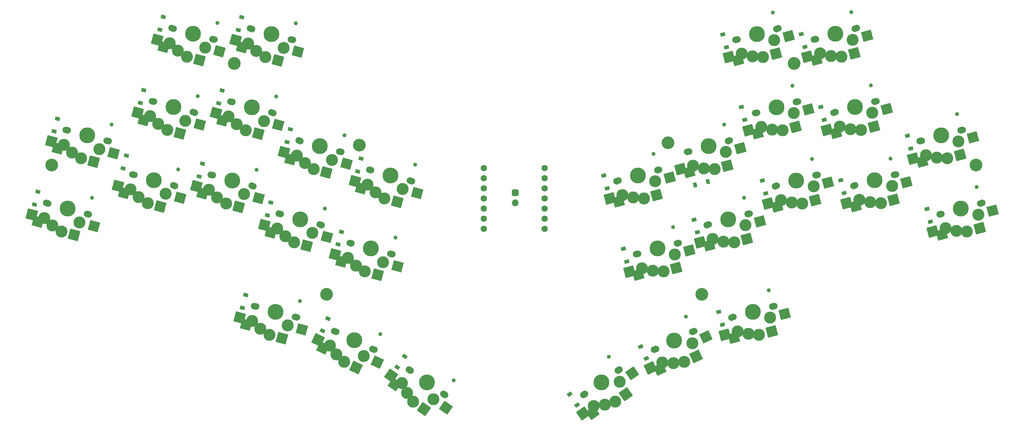
<source format=gbr>
%TF.GenerationSoftware,KiCad,Pcbnew,(6.0.5)*%
%TF.CreationDate,2022-06-12T18:27:07-07:00*%
%TF.ProjectId,greenthumb,67726565-6e74-4687-956d-622e6b696361,rev?*%
%TF.SameCoordinates,Original*%
%TF.FileFunction,Soldermask,Bot*%
%TF.FilePolarity,Negative*%
%FSLAX46Y46*%
G04 Gerber Fmt 4.6, Leading zero omitted, Abs format (unit mm)*
G04 Created by KiCad (PCBNEW (6.0.5)) date 2022-06-12 18:27:07*
%MOMM*%
%LPD*%
G01*
G04 APERTURE LIST*
G04 Aperture macros list*
%AMRoundRect*
0 Rectangle with rounded corners*
0 $1 Rounding radius*
0 $2 $3 $4 $5 $6 $7 $8 $9 X,Y pos of 4 corners*
0 Add a 4 corners polygon primitive as box body*
4,1,4,$2,$3,$4,$5,$6,$7,$8,$9,$2,$3,0*
0 Add four circle primitives for the rounded corners*
1,1,$1+$1,$2,$3*
1,1,$1+$1,$4,$5*
1,1,$1+$1,$6,$7*
1,1,$1+$1,$8,$9*
0 Add four rect primitives between the rounded corners*
20,1,$1+$1,$2,$3,$4,$5,0*
20,1,$1+$1,$4,$5,$6,$7,0*
20,1,$1+$1,$6,$7,$8,$9,0*
20,1,$1+$1,$8,$9,$2,$3,0*%
%AMRotRect*
0 Rectangle, with rotation*
0 The origin of the aperture is its center*
0 $1 length*
0 $2 width*
0 $3 Rotation angle, in degrees counterclockwise*
0 Add horizontal line*
21,1,$1,$2,0,0,$3*%
G04 Aperture macros list end*
%ADD10C,3.429000*%
%ADD11C,1.701800*%
%ADD12C,3.000000*%
%ADD13C,0.990600*%
%ADD14C,3.987800*%
%ADD15RotRect,2.600000X2.600000X345.000000*%
%ADD16RotRect,2.550000X2.500000X165.000000*%
%ADD17RotRect,2.550000X2.500000X145.000000*%
%ADD18RotRect,2.600000X2.600000X325.000000*%
%ADD19RotRect,2.600000X2.600000X335.000000*%
%ADD20RotRect,2.550000X2.500000X155.000000*%
%ADD21RotRect,2.550000X2.500000X215.000000*%
%ADD22RotRect,2.600000X2.600000X35.000000*%
%ADD23RotRect,2.550000X2.500000X195.000000*%
%ADD24RotRect,2.600000X2.600000X15.000000*%
%ADD25RotRect,2.550000X2.500000X205.000000*%
%ADD26RotRect,2.600000X2.600000X25.000000*%
%ADD27C,3.200000*%
%ADD28RoundRect,0.425000X-0.425000X-0.425000X0.425000X-0.425000X0.425000X0.425000X-0.425000X0.425000X0*%
%ADD29O,1.700000X1.700000*%
%ADD30C,1.600000*%
%ADD31RotRect,0.900000X1.200000X255.000000*%
%ADD32RotRect,0.900000X1.200000X245.000000*%
%ADD33RotRect,0.900000X1.200000X235.000000*%
%ADD34RotRect,0.900000X1.200000X285.000000*%
%ADD35RotRect,0.900000X1.200000X15.000000*%
%ADD36RotRect,0.900000X1.200000X305.000000*%
%ADD37RotRect,0.900000X1.200000X295.000000*%
G04 APERTURE END LIST*
D10*
%TO.C,SW22*%
X58629754Y-74300164D03*
D11*
X53722851Y-72985363D03*
D12*
X52829553Y-76628291D03*
D13*
X64758927Y-71594311D03*
D12*
X57089781Y-80047423D03*
D11*
X63536657Y-75614965D03*
X53317162Y-72876659D03*
D14*
X58629754Y-74300164D03*
D12*
X61652531Y-77739716D03*
D11*
X63942346Y-75723669D03*
D12*
X54861502Y-78549667D03*
D15*
X49666146Y-75780658D03*
D16*
X51239280Y-77579095D03*
D15*
X60253188Y-80895055D03*
D16*
X65274753Y-78710288D03*
%TD*%
D12*
%TO.C,SW33*%
X85355026Y-111567003D03*
D11*
X94435870Y-108741005D03*
D13*
X95252451Y-104611647D03*
D14*
X89123278Y-107317500D03*
D11*
X84216375Y-106002699D03*
D10*
X89123278Y-107317500D03*
D11*
X83810686Y-105893995D03*
D12*
X87583305Y-113064759D03*
X92146055Y-110757052D03*
X83323077Y-109645627D03*
D11*
X94030181Y-108632301D03*
D15*
X80159670Y-108797994D03*
D16*
X81732804Y-110596431D03*
X95768277Y-111727624D03*
D15*
X90746712Y-113912391D03*
%TD*%
D11*
%TO.C,SW23*%
X83589023Y-75811597D03*
D12*
X72476230Y-76716219D03*
D13*
X84405604Y-71682239D03*
D11*
X72963839Y-72964587D03*
D12*
X74508179Y-78637595D03*
X76736458Y-80135351D03*
X81299208Y-77827644D03*
D11*
X83183334Y-75702893D03*
D10*
X78276431Y-74388092D03*
D14*
X78276431Y-74388092D03*
D11*
X73369528Y-73073291D03*
D15*
X69312823Y-75868586D03*
D16*
X70885957Y-77667023D03*
D15*
X79899865Y-80982983D03*
D16*
X84921430Y-78798216D03*
%TD*%
D11*
%TO.C,SW35*%
X131204646Y-127913697D03*
X122882062Y-122086161D03*
D13*
X133728349Y-124553559D03*
D12*
X120796682Y-125203867D03*
X122048940Y-127704337D03*
X128707439Y-129265901D03*
D11*
X131548690Y-128154599D03*
D12*
X123630574Y-129873884D03*
D11*
X122538018Y-121845259D03*
D10*
X127043354Y-124999929D03*
D14*
X127043354Y-124999929D03*
D17*
X118977119Y-125553426D03*
D18*
X118113959Y-123325404D03*
D17*
X131779259Y-131416813D03*
D18*
X126313297Y-131752346D03*
%TD*%
D12*
%TO.C,SW25*%
X116063257Y-94907212D03*
D10*
X113040480Y-91467660D03*
D14*
X113040480Y-91467660D03*
D12*
X107240279Y-93795787D03*
D11*
X117947383Y-92782461D03*
D12*
X109272228Y-95717163D03*
D11*
X107727888Y-90044155D03*
D13*
X119169653Y-88761807D03*
D11*
X108133577Y-90152859D03*
X118353072Y-92891165D03*
D12*
X111500507Y-97214919D03*
D16*
X105650006Y-94746591D03*
D15*
X104076872Y-92948154D03*
X114663914Y-98062551D03*
D16*
X119685479Y-95877784D03*
%TD*%
D14*
%TO.C,SW21*%
X37041926Y-81456671D03*
D12*
X33273674Y-85706174D03*
D11*
X31729334Y-80033166D03*
D12*
X40064703Y-84896223D03*
D11*
X42354518Y-82880176D03*
D13*
X43171099Y-78750818D03*
D12*
X35501953Y-87203930D03*
X31241725Y-83784798D03*
D11*
X32135023Y-80141870D03*
D10*
X37041926Y-81456671D03*
D11*
X41948829Y-82771472D03*
D16*
X29651452Y-84735602D03*
D15*
X28078318Y-82937165D03*
X38665360Y-88051562D03*
D16*
X43686925Y-85866795D03*
%TD*%
D12*
%TO.C,SW14*%
X98712524Y-71529953D03*
D14*
X100252497Y-65782694D03*
D11*
X105565089Y-67206199D03*
D13*
X106381670Y-63076841D03*
D10*
X100252497Y-65782694D03*
D12*
X94452296Y-68110821D03*
D11*
X105159400Y-67097495D03*
D12*
X96484245Y-70032197D03*
D11*
X95345594Y-64467893D03*
X94939905Y-64359189D03*
D12*
X103275274Y-69222246D03*
D15*
X91288889Y-67263188D03*
D16*
X92862023Y-69061625D03*
X106897496Y-70192818D03*
D15*
X101875931Y-72377585D03*
%TD*%
D11*
%TO.C,SW34*%
X113841513Y-116824328D03*
X113460864Y-116646829D03*
X104252776Y-112353027D03*
D13*
X115362743Y-112899503D03*
D12*
X102740463Y-115785491D03*
X104407897Y-118030521D03*
X106342241Y-119892459D03*
D11*
X103872127Y-112175528D03*
D14*
X108856820Y-114499928D03*
D12*
X111236402Y-118412125D03*
D10*
X108856820Y-114499928D03*
D19*
X99772305Y-114401416D03*
D20*
X101009243Y-116445703D03*
X114635056Y-119996944D03*
D19*
X109310399Y-121276534D03*
%TD*%
D12*
%TO.C,SW24*%
X91566681Y-88384783D03*
D11*
X100241836Y-85450081D03*
D12*
X93794960Y-89882539D03*
X89534732Y-86463407D03*
D11*
X90022341Y-82711775D03*
X90428030Y-82820479D03*
D10*
X95334933Y-84135280D03*
D13*
X101464106Y-81429427D03*
D12*
X98357710Y-87574832D03*
D11*
X100647525Y-85558785D03*
D14*
X95334933Y-84135280D03*
D16*
X87944459Y-87414211D03*
D15*
X86371325Y-85615774D03*
X96958367Y-90730171D03*
D16*
X101979932Y-88545404D03*
%TD*%
D12*
%TO.C,SW12*%
X62007341Y-61694828D03*
D13*
X69676487Y-53241716D03*
D11*
X58234722Y-54524064D03*
D12*
X57747113Y-58275696D03*
D14*
X63547314Y-55947569D03*
D11*
X58640411Y-54632768D03*
X68454217Y-57262370D03*
D12*
X59779062Y-60197072D03*
D10*
X63547314Y-55947569D03*
D12*
X66570091Y-59387121D03*
D11*
X68859906Y-57371074D03*
D16*
X56156840Y-59226500D03*
D15*
X54583706Y-57428063D03*
X65170748Y-62542460D03*
D16*
X70192313Y-60357693D03*
%TD*%
D11*
%TO.C,SW3*%
X83204658Y-36368106D03*
D12*
X91134338Y-41122459D03*
D11*
X93424153Y-39106412D03*
D10*
X88111561Y-37682907D03*
D12*
X86571588Y-43430166D03*
X84343309Y-41932410D03*
D11*
X82798969Y-36259402D03*
X93018464Y-38997708D03*
D13*
X94240734Y-34977054D03*
D12*
X82311360Y-40011034D03*
D14*
X88111561Y-37682907D03*
D16*
X80721087Y-40961838D03*
D15*
X79147953Y-39163401D03*
X89734995Y-44277798D03*
D16*
X94756560Y-42093031D03*
%TD*%
D11*
%TO.C,SW15*%
X123270632Y-74538575D03*
D14*
X117958040Y-73115070D03*
D13*
X124087213Y-70409217D03*
D12*
X112157839Y-75443197D03*
X120980817Y-76554622D03*
D11*
X112645448Y-71691565D03*
X113051137Y-71800269D03*
D10*
X117958040Y-73115070D03*
D12*
X116418067Y-78862329D03*
D11*
X122864943Y-74429871D03*
D12*
X114189788Y-77364573D03*
D16*
X110567566Y-76394001D03*
D15*
X108994432Y-74595564D03*
X119581474Y-79709961D03*
D16*
X124603039Y-77525194D03*
%TD*%
D12*
%TO.C,SW13*%
X79425744Y-60284999D03*
D11*
X88506588Y-57459001D03*
X77881404Y-54611991D03*
D12*
X81654023Y-61782755D03*
D13*
X89323169Y-53329643D03*
D10*
X83193996Y-56035496D03*
D12*
X77393795Y-58363623D03*
D14*
X83193996Y-56035496D03*
D11*
X88100899Y-57350297D03*
X78287093Y-54720695D03*
D12*
X86216773Y-59475048D03*
D15*
X74230388Y-57515990D03*
D16*
X75803522Y-59314427D03*
X89838995Y-60445620D03*
D15*
X84817430Y-62630387D03*
%TD*%
D11*
%TO.C,SW2*%
X63557973Y-36280186D03*
D10*
X68464876Y-37594987D03*
D12*
X66924903Y-43342246D03*
X64696624Y-41844490D03*
X71487653Y-41034539D03*
D13*
X74594049Y-34889134D03*
D11*
X63152284Y-36171482D03*
D14*
X68464876Y-37594987D03*
D11*
X73371779Y-38909788D03*
X73777468Y-39018492D03*
D12*
X62664675Y-39923114D03*
D15*
X59501268Y-39075481D03*
D16*
X61074402Y-40873918D03*
D15*
X70088310Y-44189878D03*
D16*
X75109875Y-42005111D03*
%TD*%
D10*
%TO.C,SW11*%
X41959489Y-63104078D03*
D12*
X36159288Y-65432205D03*
X40419516Y-68851337D03*
X38191237Y-67353581D03*
D11*
X47272081Y-64527583D03*
D13*
X48088662Y-60398225D03*
D11*
X46866392Y-64418879D03*
D14*
X41959489Y-63104078D03*
D11*
X36646897Y-61680573D03*
X37052586Y-61789277D03*
D12*
X44982266Y-66543630D03*
D16*
X34569015Y-66383009D03*
D15*
X32995881Y-64584572D03*
D16*
X48604488Y-67514202D03*
D15*
X43582923Y-69698969D03*
%TD*%
D12*
%TO.C,SW36*%
X175355905Y-124897518D03*
X171611174Y-130620375D03*
D10*
X170778052Y-125002198D03*
D11*
X174939344Y-122088430D03*
X166616760Y-127915966D03*
D14*
X170778052Y-125002198D03*
D11*
X166272716Y-128156868D03*
D12*
X174190832Y-129876153D03*
X168833203Y-130941900D03*
D11*
X175283388Y-121847528D03*
D13*
X172645005Y-118567690D03*
D21*
X168539354Y-132771286D03*
D22*
X166150480Y-132820363D03*
D21*
X178427726Y-122746606D03*
D22*
X176873555Y-127997690D03*
%TD*%
D13*
%TO.C,SW29*%
X243146745Y-68894514D03*
D11*
X234284749Y-75617239D03*
D10*
X239191652Y-74302438D03*
D11*
X244504244Y-72878933D03*
D14*
X239191652Y-74302438D03*
D11*
X233879060Y-75725943D03*
D12*
X243529230Y-75769789D03*
X238053001Y-79866742D03*
X235332594Y-79218755D03*
D11*
X244098555Y-72987637D03*
D12*
X240731625Y-80049697D03*
D23*
X234430779Y-80837313D03*
D24*
X232169187Y-80066387D03*
D23*
X247151452Y-74799218D03*
D24*
X243895032Y-79202064D03*
%TD*%
D14*
%TO.C,SW37*%
X188964587Y-114502198D03*
D11*
X183979894Y-116826598D03*
X184360543Y-116649099D03*
X193949280Y-112177798D03*
D12*
X188809466Y-120179692D03*
X191479166Y-119894729D03*
D13*
X191920517Y-108489638D03*
D11*
X193568631Y-112355297D03*
D10*
X188964587Y-114502198D03*
D12*
X193491070Y-115194044D03*
X186017867Y-120013944D03*
D25*
X185410812Y-121764510D03*
D26*
X183049709Y-121398018D03*
D25*
X196889724Y-113609226D03*
D26*
X194447324Y-118510655D03*
%TD*%
D11*
%TO.C,SW38*%
X213605029Y-106004977D03*
X203385534Y-108743283D03*
X214010718Y-105896273D03*
D12*
X207559475Y-112884082D03*
X213035704Y-108787129D03*
X210238099Y-113067037D03*
D11*
X203791223Y-108634579D03*
D14*
X208698126Y-107319778D03*
D10*
X208698126Y-107319778D03*
D12*
X204839068Y-112236095D03*
D13*
X212653219Y-101911854D03*
D23*
X203937253Y-113854653D03*
D24*
X201675661Y-113083727D03*
X213401506Y-112219404D03*
D23*
X216657926Y-107816558D03*
%TD*%
D12*
%TO.C,SW30*%
X265117061Y-82926301D03*
D11*
X265686386Y-80144149D03*
D10*
X260779483Y-81458950D03*
D13*
X264734576Y-76051026D03*
D11*
X266092075Y-80035445D03*
X255466891Y-82882455D03*
X255872580Y-82773751D03*
D12*
X256920425Y-86375267D03*
X259640832Y-87023254D03*
D14*
X260779483Y-81458950D03*
D12*
X262319456Y-87206209D03*
D23*
X256018610Y-87993825D03*
D24*
X253757018Y-87222899D03*
D23*
X268739283Y-81955730D03*
D24*
X265482863Y-86358576D03*
%TD*%
D12*
%TO.C,SW26*%
X186320901Y-97217196D03*
D11*
X179468336Y-92893442D03*
X190093520Y-90046432D03*
X189687831Y-90155136D03*
D12*
X180921870Y-96386254D03*
D11*
X179874025Y-92784738D03*
D14*
X184780928Y-91469937D03*
D13*
X188736021Y-86062013D03*
D12*
X189118506Y-92937288D03*
X183642277Y-97034241D03*
D10*
X184780928Y-91469937D03*
D23*
X180020055Y-98004812D03*
D24*
X177758463Y-97233886D03*
D23*
X192740728Y-91966717D03*
D24*
X189484308Y-96369563D03*
%TD*%
D12*
%TO.C,SW27*%
X201347822Y-89701863D03*
X206824051Y-85604910D03*
D13*
X206441566Y-78729635D03*
D14*
X202486473Y-84137559D03*
D11*
X197173881Y-85561064D03*
X197579570Y-85452360D03*
D10*
X202486473Y-84137559D03*
D11*
X207799065Y-82714054D03*
X207393376Y-82822758D03*
D12*
X198627415Y-89053876D03*
X204026446Y-89884818D03*
D23*
X197725600Y-90672434D03*
D24*
X195464008Y-89901508D03*
D23*
X210446273Y-84634339D03*
D24*
X207189853Y-89037185D03*
%TD*%
D11*
%TO.C,SW28*%
X214232375Y-75813871D03*
D14*
X219544967Y-74390366D03*
D11*
X224857559Y-72966861D03*
D12*
X215685909Y-79306683D03*
X221084940Y-80137625D03*
D11*
X224451870Y-73075565D03*
D10*
X219544967Y-74390366D03*
D13*
X223500060Y-68982442D03*
D12*
X223882545Y-75857717D03*
X218406316Y-79954670D03*
D11*
X214638064Y-75705167D03*
D24*
X212522502Y-80154315D03*
D23*
X214784094Y-80925241D03*
D24*
X224248347Y-79289992D03*
D23*
X227504767Y-74887146D03*
%TD*%
D11*
%TO.C,SW20*%
X250549320Y-64529861D03*
X260768815Y-61791555D03*
X261174504Y-61682851D03*
D13*
X259817005Y-57698432D03*
D12*
X252002854Y-68022673D03*
D10*
X255861912Y-63106356D03*
D12*
X257401885Y-68853615D03*
D11*
X250955009Y-64421157D03*
D12*
X260199490Y-64573707D03*
X254723261Y-68670660D03*
D14*
X255861912Y-63106356D03*
D24*
X248839447Y-68870305D03*
D23*
X251101039Y-69641231D03*
D24*
X260565292Y-68005982D03*
D23*
X263821712Y-63603136D03*
%TD*%
D11*
%TO.C,SW9*%
X224449626Y-38912057D03*
X234263432Y-36282455D03*
D12*
X228217878Y-43161560D03*
X230896502Y-43344515D03*
D14*
X229356529Y-37597256D03*
D11*
X234669121Y-36173751D03*
D13*
X233311622Y-32189332D03*
D12*
X233694107Y-39064607D03*
X225497471Y-42513573D03*
D11*
X224043937Y-39020761D03*
D10*
X229356529Y-37597256D03*
D23*
X224595656Y-44132131D03*
D24*
X222334064Y-43361205D03*
D23*
X237316329Y-38094036D03*
D24*
X234059909Y-42496882D03*
%TD*%
D14*
%TO.C,SW8*%
X209709840Y-37685191D03*
D12*
X211249813Y-43432450D03*
D11*
X215022432Y-36261686D03*
D12*
X214047418Y-39152542D03*
D10*
X209709840Y-37685191D03*
D11*
X214616743Y-36370390D03*
D12*
X208571189Y-43249495D03*
D11*
X204802937Y-38999992D03*
D12*
X205850782Y-42601508D03*
D13*
X213664933Y-32277267D03*
D11*
X204397248Y-39108696D03*
D24*
X202687375Y-43449140D03*
D23*
X204948967Y-44220066D03*
D24*
X214413220Y-42584817D03*
D23*
X217669640Y-38181971D03*
%TD*%
D12*
%TO.C,SW16*%
X178724719Y-78681655D03*
D11*
X184770273Y-71802550D03*
D12*
X184200948Y-74584702D03*
D14*
X179863370Y-73117351D03*
D11*
X185175962Y-71693846D03*
X174956467Y-74432152D03*
D13*
X183818463Y-67709427D03*
D12*
X176004312Y-78033668D03*
D10*
X179863370Y-73117351D03*
D12*
X181403343Y-78864610D03*
D11*
X174550778Y-74540856D03*
D23*
X175102497Y-79652226D03*
D24*
X172840905Y-78881300D03*
D23*
X187823170Y-73614131D03*
D24*
X184566750Y-78016977D03*
%TD*%
D13*
%TO.C,SW19*%
X238229180Y-50541927D03*
D12*
X235814060Y-61697110D03*
X230415029Y-60866168D03*
D14*
X234274087Y-55949851D03*
D11*
X229367184Y-57264652D03*
X228961495Y-57373356D03*
D12*
X233135436Y-61514155D03*
D11*
X239586679Y-54526346D03*
X239180990Y-54635050D03*
D12*
X238611665Y-57417202D03*
D10*
X234274087Y-55949851D03*
D24*
X227251622Y-61713800D03*
D23*
X229513214Y-62484726D03*
X242233887Y-56446631D03*
D24*
X238977467Y-60849477D03*
%TD*%
D11*
%TO.C,SW17*%
X202475808Y-64470173D03*
X192256313Y-67208479D03*
D10*
X197568905Y-65784974D03*
D14*
X197568905Y-65784974D03*
D12*
X201906483Y-67252325D03*
D11*
X202881497Y-64361469D03*
D12*
X199108878Y-71532233D03*
X196430254Y-71349278D03*
D13*
X201523998Y-60377050D03*
D12*
X193709847Y-70701291D03*
D11*
X192662002Y-67099775D03*
D24*
X190546440Y-71548923D03*
D23*
X192808032Y-72319849D03*
X205528705Y-66281754D03*
D24*
X202272285Y-70684600D03*
%TD*%
D10*
%TO.C,SW18*%
X214627404Y-56037780D03*
D11*
X209720501Y-57352581D03*
D12*
X213488753Y-61602084D03*
D13*
X218582497Y-50629856D03*
D11*
X209314812Y-57461285D03*
D12*
X218964982Y-57505131D03*
X210768346Y-60954097D03*
X216167377Y-61785039D03*
D14*
X214627404Y-56037780D03*
D11*
X219939996Y-54614275D03*
X219534307Y-54722979D03*
D23*
X209866531Y-62572655D03*
D24*
X207604939Y-61801729D03*
X219330784Y-60937406D03*
D23*
X222587204Y-56534560D03*
%TD*%
D27*
%TO.C,*%
X78847312Y-45002739D03*
%TD*%
%TO.C,*%
X187405575Y-64917826D03*
%TD*%
%TO.C,*%
X110145571Y-65527825D03*
%TD*%
D28*
%TO.C,J1*%
X149147312Y-77432741D03*
D29*
X149147312Y-79972741D03*
%TD*%
D27*
%TO.C,*%
X195925568Y-102977826D03*
%TD*%
%TO.C,*%
X33047310Y-70502739D03*
%TD*%
%TO.C,*%
X264547314Y-70502740D03*
%TD*%
%TO.C,*%
X219047310Y-45002742D03*
%TD*%
%TO.C,*%
X101885570Y-102927824D03*
%TD*%
D30*
%TO.C,M1*%
X141299814Y-71239742D03*
X141299814Y-73779742D03*
X141299814Y-76319742D03*
X141299814Y-78859742D03*
X141299814Y-81399742D03*
X141299814Y-83939742D03*
X141299814Y-86479742D03*
X156534814Y-86479742D03*
X156534814Y-83939742D03*
X156534814Y-81399742D03*
X156534814Y-78859742D03*
X156534814Y-76319742D03*
X156534814Y-73779742D03*
X156534814Y-71239742D03*
%TD*%
D31*
%TO.C,D3*%
X80699131Y-33470916D03*
X79845029Y-36658472D03*
%TD*%
%TO.C,D2*%
X61052451Y-33382980D03*
X60198349Y-36570536D03*
%TD*%
%TO.C,D12*%
X56134884Y-51735567D03*
X55280782Y-54923123D03*
%TD*%
%TO.C,D14*%
X92840064Y-61570695D03*
X91985962Y-64758251D03*
%TD*%
%TO.C,D13*%
X75781573Y-51823505D03*
X74927471Y-55011061D03*
%TD*%
%TO.C,D15*%
X110545609Y-68903075D03*
X109691507Y-72090631D03*
%TD*%
%TO.C,D22*%
X51792032Y-68171089D03*
X50937930Y-71358645D03*
%TD*%
%TO.C,D25*%
X105628055Y-87255663D03*
X104773953Y-90443219D03*
%TD*%
%TO.C,D24*%
X87922506Y-79923286D03*
X87068404Y-83110842D03*
%TD*%
%TO.C,D23*%
X70864012Y-70176101D03*
X70009910Y-73363657D03*
%TD*%
%TO.C,D21*%
X29629496Y-77244672D03*
X28775394Y-80432228D03*
%TD*%
%TO.C,D11*%
X34547062Y-58892082D03*
X33692960Y-62079638D03*
%TD*%
%TO.C,D33*%
X81710851Y-103105509D03*
X80856749Y-106293065D03*
%TD*%
D32*
%TO.C,D34*%
X102288413Y-109064762D03*
X100893773Y-112055578D03*
%TD*%
D33*
%TO.C,D35*%
X121518537Y-118506738D03*
X119625735Y-121209940D03*
%TD*%
D34*
%TO.C,D9*%
X220831180Y-37655775D03*
X221685282Y-40843331D03*
%TD*%
%TO.C,D8*%
X201184498Y-37743709D03*
X202038600Y-40931265D03*
%TD*%
%TO.C,D19*%
X225737537Y-55966541D03*
X226591639Y-59154097D03*
%TD*%
D35*
%TO.C,D17*%
X194222603Y-75540163D03*
X197410159Y-74686061D03*
%TD*%
D34*
%TO.C,D26*%
X176255580Y-91528453D03*
X177109682Y-94716009D03*
%TD*%
%TO.C,D16*%
X171338020Y-73175860D03*
X172192122Y-76363416D03*
%TD*%
%TO.C,D18*%
X205784752Y-55946054D03*
X206638854Y-59133610D03*
%TD*%
%TO.C,D28*%
X211019621Y-74448885D03*
X211873723Y-77636441D03*
%TD*%
%TO.C,D27*%
X193961124Y-84196077D03*
X194815226Y-87383633D03*
%TD*%
%TO.C,D20*%
X247336569Y-63164876D03*
X248190671Y-66352432D03*
%TD*%
D36*
%TO.C,D36*%
X162786860Y-127973035D03*
X164679662Y-130676237D03*
%TD*%
D34*
%TO.C,D38*%
X200172781Y-107378301D03*
X201026883Y-110565857D03*
%TD*%
%TO.C,D29*%
X230666307Y-74360953D03*
X231520409Y-77548509D03*
%TD*%
%TO.C,D30*%
X252254132Y-81517461D03*
X253108234Y-84705017D03*
%TD*%
D37*
%TO.C,D37*%
X180578912Y-116040242D03*
X181973552Y-119031058D03*
%TD*%
M02*

</source>
